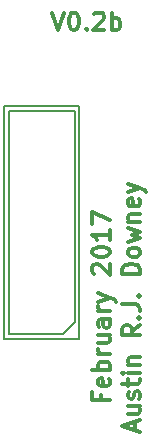
<source format=gbr>
G04 #@! TF.FileFunction,Legend,Top*
%FSLAX46Y46*%
G04 Gerber Fmt 4.6, Leading zero omitted, Abs format (unit mm)*
G04 Created by KiCad (PCBNEW 4.0.5) date 02/15/17 18:02:55*
%MOMM*%
%LPD*%
G01*
G04 APERTURE LIST*
%ADD10C,0.100000*%
%ADD11C,0.300000*%
%ADD12C,0.150000*%
G04 APERTURE END LIST*
D10*
D11*
X159595715Y-88586571D02*
X160095715Y-90086571D01*
X160595715Y-88586571D01*
X161381429Y-88586571D02*
X161524286Y-88586571D01*
X161667143Y-88658000D01*
X161738572Y-88729429D01*
X161810001Y-88872286D01*
X161881429Y-89158000D01*
X161881429Y-89515143D01*
X161810001Y-89800857D01*
X161738572Y-89943714D01*
X161667143Y-90015143D01*
X161524286Y-90086571D01*
X161381429Y-90086571D01*
X161238572Y-90015143D01*
X161167143Y-89943714D01*
X161095715Y-89800857D01*
X161024286Y-89515143D01*
X161024286Y-89158000D01*
X161095715Y-88872286D01*
X161167143Y-88729429D01*
X161238572Y-88658000D01*
X161381429Y-88586571D01*
X162524286Y-89943714D02*
X162595714Y-90015143D01*
X162524286Y-90086571D01*
X162452857Y-90015143D01*
X162524286Y-89943714D01*
X162524286Y-90086571D01*
X163167143Y-88729429D02*
X163238572Y-88658000D01*
X163381429Y-88586571D01*
X163738572Y-88586571D01*
X163881429Y-88658000D01*
X163952858Y-88729429D01*
X164024286Y-88872286D01*
X164024286Y-89015143D01*
X163952858Y-89229429D01*
X163095715Y-90086571D01*
X164024286Y-90086571D01*
X164667143Y-90086571D02*
X164667143Y-88586571D01*
X164667143Y-89158000D02*
X164810000Y-89086571D01*
X165095714Y-89086571D01*
X165238571Y-89158000D01*
X165310000Y-89229429D01*
X165381429Y-89372286D01*
X165381429Y-89800857D01*
X165310000Y-89943714D01*
X165238571Y-90015143D01*
X165095714Y-90086571D01*
X164810000Y-90086571D01*
X164667143Y-90015143D01*
X163717857Y-120930855D02*
X163717857Y-121430855D01*
X164503571Y-121430855D02*
X163003571Y-121430855D01*
X163003571Y-120716569D01*
X164432143Y-119573713D02*
X164503571Y-119716570D01*
X164503571Y-120002284D01*
X164432143Y-120145141D01*
X164289286Y-120216570D01*
X163717857Y-120216570D01*
X163575000Y-120145141D01*
X163503571Y-120002284D01*
X163503571Y-119716570D01*
X163575000Y-119573713D01*
X163717857Y-119502284D01*
X163860714Y-119502284D01*
X164003571Y-120216570D01*
X164503571Y-118859427D02*
X163003571Y-118859427D01*
X163575000Y-118859427D02*
X163503571Y-118716570D01*
X163503571Y-118430856D01*
X163575000Y-118287999D01*
X163646429Y-118216570D01*
X163789286Y-118145141D01*
X164217857Y-118145141D01*
X164360714Y-118216570D01*
X164432143Y-118287999D01*
X164503571Y-118430856D01*
X164503571Y-118716570D01*
X164432143Y-118859427D01*
X164503571Y-117502284D02*
X163503571Y-117502284D01*
X163789286Y-117502284D02*
X163646429Y-117430856D01*
X163575000Y-117359427D01*
X163503571Y-117216570D01*
X163503571Y-117073713D01*
X163503571Y-115930856D02*
X164503571Y-115930856D01*
X163503571Y-116573713D02*
X164289286Y-116573713D01*
X164432143Y-116502285D01*
X164503571Y-116359427D01*
X164503571Y-116145142D01*
X164432143Y-116002285D01*
X164360714Y-115930856D01*
X164503571Y-114573713D02*
X163717857Y-114573713D01*
X163575000Y-114645142D01*
X163503571Y-114787999D01*
X163503571Y-115073713D01*
X163575000Y-115216570D01*
X164432143Y-114573713D02*
X164503571Y-114716570D01*
X164503571Y-115073713D01*
X164432143Y-115216570D01*
X164289286Y-115287999D01*
X164146429Y-115287999D01*
X164003571Y-115216570D01*
X163932143Y-115073713D01*
X163932143Y-114716570D01*
X163860714Y-114573713D01*
X164503571Y-113859427D02*
X163503571Y-113859427D01*
X163789286Y-113859427D02*
X163646429Y-113787999D01*
X163575000Y-113716570D01*
X163503571Y-113573713D01*
X163503571Y-113430856D01*
X163503571Y-113073713D02*
X164503571Y-112716570D01*
X163503571Y-112359428D02*
X164503571Y-112716570D01*
X164860714Y-112859428D01*
X164932143Y-112930856D01*
X165003571Y-113073713D01*
X163146429Y-110716571D02*
X163075000Y-110645142D01*
X163003571Y-110502285D01*
X163003571Y-110145142D01*
X163075000Y-110002285D01*
X163146429Y-109930856D01*
X163289286Y-109859428D01*
X163432143Y-109859428D01*
X163646429Y-109930856D01*
X164503571Y-110787999D01*
X164503571Y-109859428D01*
X163003571Y-108930857D02*
X163003571Y-108788000D01*
X163075000Y-108645143D01*
X163146429Y-108573714D01*
X163289286Y-108502285D01*
X163575000Y-108430857D01*
X163932143Y-108430857D01*
X164217857Y-108502285D01*
X164360714Y-108573714D01*
X164432143Y-108645143D01*
X164503571Y-108788000D01*
X164503571Y-108930857D01*
X164432143Y-109073714D01*
X164360714Y-109145143D01*
X164217857Y-109216571D01*
X163932143Y-109288000D01*
X163575000Y-109288000D01*
X163289286Y-109216571D01*
X163146429Y-109145143D01*
X163075000Y-109073714D01*
X163003571Y-108930857D01*
X164503571Y-107002286D02*
X164503571Y-107859429D01*
X164503571Y-107430857D02*
X163003571Y-107430857D01*
X163217857Y-107573714D01*
X163360714Y-107716572D01*
X163432143Y-107859429D01*
X163003571Y-106502286D02*
X163003571Y-105502286D01*
X164503571Y-106145143D01*
X166625000Y-123930858D02*
X166625000Y-123216572D01*
X167053571Y-124073715D02*
X165553571Y-123573715D01*
X167053571Y-123073715D01*
X166053571Y-121930858D02*
X167053571Y-121930858D01*
X166053571Y-122573715D02*
X166839286Y-122573715D01*
X166982143Y-122502287D01*
X167053571Y-122359429D01*
X167053571Y-122145144D01*
X166982143Y-122002287D01*
X166910714Y-121930858D01*
X166982143Y-121288001D02*
X167053571Y-121145144D01*
X167053571Y-120859429D01*
X166982143Y-120716572D01*
X166839286Y-120645144D01*
X166767857Y-120645144D01*
X166625000Y-120716572D01*
X166553571Y-120859429D01*
X166553571Y-121073715D01*
X166482143Y-121216572D01*
X166339286Y-121288001D01*
X166267857Y-121288001D01*
X166125000Y-121216572D01*
X166053571Y-121073715D01*
X166053571Y-120859429D01*
X166125000Y-120716572D01*
X166053571Y-120216572D02*
X166053571Y-119645143D01*
X165553571Y-120002286D02*
X166839286Y-120002286D01*
X166982143Y-119930858D01*
X167053571Y-119788000D01*
X167053571Y-119645143D01*
X167053571Y-119145143D02*
X166053571Y-119145143D01*
X165553571Y-119145143D02*
X165625000Y-119216572D01*
X165696429Y-119145143D01*
X165625000Y-119073715D01*
X165553571Y-119145143D01*
X165696429Y-119145143D01*
X166053571Y-118430857D02*
X167053571Y-118430857D01*
X166196429Y-118430857D02*
X166125000Y-118359429D01*
X166053571Y-118216571D01*
X166053571Y-118002286D01*
X166125000Y-117859429D01*
X166267857Y-117788000D01*
X167053571Y-117788000D01*
X167053571Y-115073714D02*
X166339286Y-115573714D01*
X167053571Y-115930857D02*
X165553571Y-115930857D01*
X165553571Y-115359429D01*
X165625000Y-115216571D01*
X165696429Y-115145143D01*
X165839286Y-115073714D01*
X166053571Y-115073714D01*
X166196429Y-115145143D01*
X166267857Y-115216571D01*
X166339286Y-115359429D01*
X166339286Y-115930857D01*
X166910714Y-114430857D02*
X166982143Y-114359429D01*
X167053571Y-114430857D01*
X166982143Y-114502286D01*
X166910714Y-114430857D01*
X167053571Y-114430857D01*
X165553571Y-113288000D02*
X166625000Y-113288000D01*
X166839286Y-113359428D01*
X166982143Y-113502285D01*
X167053571Y-113716571D01*
X167053571Y-113859428D01*
X166910714Y-112573714D02*
X166982143Y-112502286D01*
X167053571Y-112573714D01*
X166982143Y-112645143D01*
X166910714Y-112573714D01*
X167053571Y-112573714D01*
X167053571Y-110716571D02*
X165553571Y-110716571D01*
X165553571Y-110359428D01*
X165625000Y-110145143D01*
X165767857Y-110002285D01*
X165910714Y-109930857D01*
X166196429Y-109859428D01*
X166410714Y-109859428D01*
X166696429Y-109930857D01*
X166839286Y-110002285D01*
X166982143Y-110145143D01*
X167053571Y-110359428D01*
X167053571Y-110716571D01*
X167053571Y-109002285D02*
X166982143Y-109145143D01*
X166910714Y-109216571D01*
X166767857Y-109288000D01*
X166339286Y-109288000D01*
X166196429Y-109216571D01*
X166125000Y-109145143D01*
X166053571Y-109002285D01*
X166053571Y-108788000D01*
X166125000Y-108645143D01*
X166196429Y-108573714D01*
X166339286Y-108502285D01*
X166767857Y-108502285D01*
X166910714Y-108573714D01*
X166982143Y-108645143D01*
X167053571Y-108788000D01*
X167053571Y-109002285D01*
X166053571Y-108002285D02*
X167053571Y-107716571D01*
X166339286Y-107430857D01*
X167053571Y-107145142D01*
X166053571Y-106859428D01*
X166053571Y-106287999D02*
X167053571Y-106287999D01*
X166196429Y-106287999D02*
X166125000Y-106216571D01*
X166053571Y-106073713D01*
X166053571Y-105859428D01*
X166125000Y-105716571D01*
X166267857Y-105645142D01*
X167053571Y-105645142D01*
X166982143Y-104359428D02*
X167053571Y-104502285D01*
X167053571Y-104787999D01*
X166982143Y-104930856D01*
X166839286Y-105002285D01*
X166267857Y-105002285D01*
X166125000Y-104930856D01*
X166053571Y-104787999D01*
X166053571Y-104502285D01*
X166125000Y-104359428D01*
X166267857Y-104287999D01*
X166410714Y-104287999D01*
X166553571Y-105002285D01*
X166053571Y-103787999D02*
X167053571Y-103430856D01*
X166053571Y-103073714D02*
X167053571Y-103430856D01*
X167410714Y-103573714D01*
X167482143Y-103645142D01*
X167553571Y-103787999D01*
D12*
X161925000Y-97155000D02*
X161925000Y-96520000D01*
X161544000Y-97536000D02*
X161544000Y-96901000D01*
X155956000Y-97536000D02*
X155956000Y-96901000D01*
X155575000Y-97155000D02*
X155575000Y-96520000D01*
X161544000Y-96901000D02*
X155956000Y-96901000D01*
X155956000Y-97536000D02*
X155956000Y-115824000D01*
X161544000Y-114808000D02*
X161544000Y-97536000D01*
X160528000Y-115824000D02*
X161544000Y-114808000D01*
X155956000Y-115824000D02*
X160528000Y-115824000D01*
X155575000Y-116205000D02*
X161925000Y-116205000D01*
X161925000Y-116205000D02*
X161925000Y-97155000D01*
X161925000Y-96520000D02*
X155575000Y-96520000D01*
X155575000Y-116205000D02*
X155575000Y-97155000D01*
M02*

</source>
